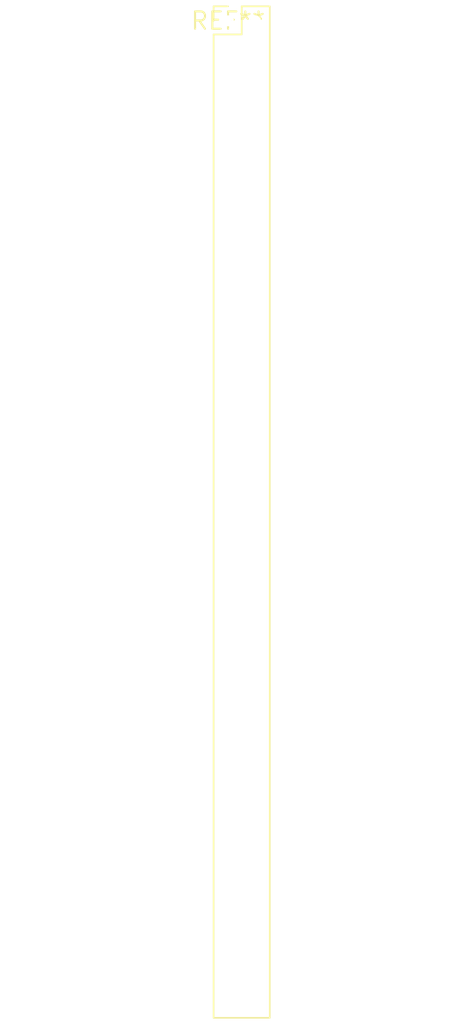
<source format=kicad_pcb>
(kicad_pcb (version 20240108) (generator pcbnew)
  (layers (0 "F.Cu" signal) (31 "B.Cu" signal) (34 "B.Paste" user) (35 "F.Paste" user) (36 "B.SilkS" user "B.Silkscreen") (37 "F.SilkS" user "F.Silkscreen") (38 "B.Mask" user) (39 "F.Mask" user) (44 "Edge.Cuts" user))
  (net 0 "")
  (footprint "PinHeader_2x37_P2.00mm_Vertical" (layer "F.Cu") (at 0 0)
    (property "Reference" "REF**")
    (property "Value" "PinHeader_2x37_P2.00mm_Vertical")
    (fp_line (start -1.06 -1.06) (end 0 -1.06) (layer "F.SilkS") (stroke (width 0.12)))
    (fp_line (start -1.06 0) (end -1.06 -1.06) (layer "F.SilkS") (stroke (width 0.12)))
    (fp_line (start -1.06 1) (end -1.06 73.06) (layer "F.SilkS") (stroke (width 0.12)))
    (fp_line (start -1.06 1) (end 1 1) (layer "F.SilkS") (stroke (width 0.12)))
    (fp_line (start -1.06 73.06) (end 3.06 73.06) (layer "F.SilkS") (stroke (width 0.12)))
    (fp_line (start 1 -1.06) (end 3.06 -1.06) (layer "F.SilkS") (stroke (width 0.12)))
    (fp_line (start 1 1) (end 1 -1.06) (layer "F.SilkS") (stroke (width 0.12)))
    (fp_line (start 3.06 -1.06) (end 3.06 73.06) (layer "F.SilkS") (stroke (width 0.12)))
    (pad "1" thru_hole rect (at 0 0) (size 1.35 1.35) (drill 0.8) (layers *.Cu *.Mask) (remove_unused_layers))
    (pad "2" thru_hole oval (at 2 0) (size 1.35 1.35) (drill 0.8) (layers *.Cu *.Mask) (remove_unused_layers))
    (pad "3" thru_hole oval (at 0 2) (size 1.35 1.35) (drill 0.8) (layers *.Cu *.Mask) (remove_unused_layers))
    (pad "4" thru_hole oval (at 2 2) (size 1.35 1.35) (drill 0.8) (layers *.Cu *.Mask) (remove_unused_layers))
    (pad "5" thru_hole oval (at 0 4) (size 1.35 1.35) (drill 0.8) (layers *.Cu *.Mask) (remove_unused_layers))
    (pad "6" thru_hole oval (at 2 4) (size 1.35 1.35) (drill 0.8) (layers *.Cu *.Mask) (remove_unused_layers))
    (pad "7" thru_hole oval (at 0 6) (size 1.35 1.35) (drill 0.8) (layers *.Cu *.Mask) (remove_unused_layers))
    (pad "8" thru_hole oval (at 2 6) (size 1.35 1.35) (drill 0.8) (layers *.Cu *.Mask) (remove_unused_layers))
    (pad "9" thru_hole oval (at 0 8) (size 1.35 1.35) (drill 0.8) (layers *.Cu *.Mask) (remove_unused_layers))
    (pad "10" thru_hole oval (at 2 8) (size 1.35 1.35) (drill 0.8) (layers *.Cu *.Mask) (remove_unused_layers))
    (pad "11" thru_hole oval (at 0 10) (size 1.35 1.35) (drill 0.8) (layers *.Cu *.Mask) (remove_unused_layers))
    (pad "12" thru_hole oval (at 2 10) (size 1.35 1.35) (drill 0.8) (layers *.Cu *.Mask) (remove_unused_layers))
    (pad "13" thru_hole oval (at 0 12) (size 1.35 1.35) (drill 0.8) (layers *.Cu *.Mask) (remove_unused_layers))
    (pad "14" thru_hole oval (at 2 12) (size 1.35 1.35) (drill 0.8) (layers *.Cu *.Mask) (remove_unused_layers))
    (pad "15" thru_hole oval (at 0 14) (size 1.35 1.35) (drill 0.8) (layers *.Cu *.Mask) (remove_unused_layers))
    (pad "16" thru_hole oval (at 2 14) (size 1.35 1.35) (drill 0.8) (layers *.Cu *.Mask) (remove_unused_layers))
    (pad "17" thru_hole oval (at 0 16) (size 1.35 1.35) (drill 0.8) (layers *.Cu *.Mask) (remove_unused_layers))
    (pad "18" thru_hole oval (at 2 16) (size 1.35 1.35) (drill 0.8) (layers *.Cu *.Mask) (remove_unused_layers))
    (pad "19" thru_hole oval (at 0 18) (size 1.35 1.35) (drill 0.8) (layers *.Cu *.Mask) (remove_unused_layers))
    (pad "20" thru_hole oval (at 2 18) (size 1.35 1.35) (drill 0.8) (layers *.Cu *.Mask) (remove_unused_layers))
    (pad "21" thru_hole oval (at 0 20) (size 1.35 1.35) (drill 0.8) (layers *.Cu *.Mask) (remove_unused_layers))
    (pad "22" thru_hole oval (at 2 20) (size 1.35 1.35) (drill 0.8) (layers *.Cu *.Mask) (remove_unused_layers))
    (pad "23" thru_hole oval (at 0 22) (size 1.35 1.35) (drill 0.8) (layers *.Cu *.Mask) (remove_unused_layers))
    (pad "24" thru_hole oval (at 2 22) (size 1.35 1.35) (drill 0.8) (layers *.Cu *.Mask) (remove_unused_layers))
    (pad "25" thru_hole oval (at 0 24) (size 1.35 1.35) (drill 0.8) (layers *.Cu *.Mask) (remove_unused_layers))
    (pad "26" thru_hole oval (at 2 24) (size 1.35 1.35) (drill 0.8) (layers *.Cu *.Mask) (remove_unused_layers))
    (pad "27" thru_hole oval (at 0 26) (size 1.35 1.35) (drill 0.8) (layers *.Cu *.Mask) (remove_unused_layers))
    (pad "28" thru_hole oval (at 2 26) (size 1.35 1.35) (drill 0.8) (layers *.Cu *.Mask) (remove_unused_layers))
    (pad "29" thru_hole oval (at 0 28) (size 1.35 1.35) (drill 0.8) (layers *.Cu *.Mask) (remove_unused_layers))
    (pad "30" thru_hole oval (at 2 28) (size 1.35 1.35) (drill 0.8) (layers *.Cu *.Mask) (remove_unused_layers))
    (pad "31" thru_hole oval (at 0 30) (size 1.35 1.35) (drill 0.8) (layers *.Cu *.Mask) (remove_unused_layers))
    (pad "32" thru_hole oval (at 2 30) (size 1.35 1.35) (drill 0.8) (layers *.Cu *.Mask) (remove_unused_layers))
    (pad "33" thru_hole oval (at 0 32) (size 1.35 1.35) (drill 0.8) (layers *.Cu *.Mask) (remove_unused_layers))
    (pad "34" thru_hole oval (at 2 32) (size 1.35 1.35) (drill 0.8) (layers *.Cu *.Mask) (remove_unused_layers))
    (pad "35" thru_hole oval (at 0 34) (size 1.35 1.35) (drill 0.8) (layers *.Cu *.Mask) (remove_unused_layers))
    (pad "36" thru_hole oval (at 2 34) (size 1.35 1.35) (drill 0.8) (layers *.Cu *.Mask) (remove_unused_layers))
    (pad "37" thru_hole oval (at 0 36) (size 1.35 1.35) (drill 0.8) (layers *.Cu *.Mask) (remove_unused_layers))
    (pad "38" thru_hole oval (at 2 36) (size 1.35 1.35) (drill 0.8) (layers *.Cu *.Mask) (remove_unused_layers))
    (pad "39" thru_hole oval (at 0 38) (size 1.35 1.35) (drill 0.8) (layers *.Cu *.Mask) (remove_unused_layers))
    (pad "40" thru_hole oval (at 2 38) (size 1.35 1.35) (drill 0.8) (layers *.Cu *.Mask) (remove_unused_layers))
    (pad "41" thru_hole oval (at 0 40) (size 1.35 1.35) (drill 0.8) (layers *.Cu *.Mask) (remove_unused_layers))
    (pad "42" thru_hole oval (at 2 40) (size 1.35 1.35) (drill 0.8) (layers *.Cu *.Mask) (remove_unused_layers))
    (pad "43" thru_hole oval (at 0 42) (size 1.35 1.35) (drill 0.8) (layers *.Cu *.Mask) (remove_unused_layers))
    (pad "44" thru_hole oval (at 2 42) (size 1.35 1.35) (drill 0.8) (layers *.Cu *.Mask) (remove_unused_layers))
    (pad "45" thru_hole oval (at 0 44) (size 1.35 1.35) (drill 0.8) (layers *.Cu *.Mask) (remove_unused_layers))
    (pad "46" thru_hole oval (at 2 44) (size 1.35 1.35) (drill 0.8) (layers *.Cu *.Mask) (remove_unused_layers))
    (pad "47" thru_hole oval (at 0 46) (size 1.35 1.35) (drill 0.8) (layers *.Cu *.Mask) (remove_unused_layers))
    (pad "48" thru_hole oval (at 2 46) (size 1.35 1.35) (drill 0.8) (layers *.Cu *.Mask) (remove_unused_layers))
    (pad "49" thru_hole oval (at 0 48) (size 1.35 1.35) (drill 0.8) (layers *.Cu *.Mask) (remove_unused_layers))
    (pad "50" thru_hole oval (at 2 48) (size 1.35 1.35) (drill 0.8) (layers *.Cu *.Mask) (remove_unused_layers))
    (pad "51" thru_hole oval (at 0 50) (size 1.35 1.35) (drill 0.8) (layers *.Cu *.Mask) (remove_unused_layers))
    (pad "52" thru_hole oval (at 2 50) (size 1.35 1.35) (drill 0.8) (layers *.Cu *.Mask) (remove_unused_layers))
    (pad "53" thru_hole oval (at 0 52) (size 1.35 1.35) (drill 0.8) (layers *.Cu *.Mask) (remove_unused_layers))
    (pad "54" thru_hole oval (at 2 52) (size 1.35 1.35) (drill 0.8) (layers *.Cu *.Mask) (remove_unused_layers))
    (pad "55" thru_hole oval (at 0 54) (size 1.35 1.35) (drill 0.8) (layers *.Cu *.Mask) (remove_unused_layers))
    (pad "56" thru_hole oval (at 2 54) (size 1.35 1.35) (drill 0.8) (layers *.Cu *.Mask) (remove_unused_layers))
    (pad "57" thru_hole oval (at 0 56) (size 1.35 1.35) (drill 0.8) (layers *.Cu *.Mask) (remove_unused_layers))
    (pad "58" thru_hole oval (at 2 56) (size 1.35 1.35) (drill 0.8) (layers *.Cu *.Mask) (remove_unused_layers))
    (pad "59" thru_hole oval (at 0 58) (size 1.35 1.35) (drill 0.8) (layers *.Cu *.Mask) (remove_unused_layers))
    (pad "60" thru_hole oval (at 2 58) (size 1.35 1.35) (drill 0.8) (layers *.Cu *.Mask) (remove_unused_layers))
    (pad "61" thru_hole oval (at 0 60) (size 1.35 1.35) (drill 0.8) (layers *.Cu *.Mask) (remove_unused_layers))
    (pad "62" thru_hole oval (at 2 60) (size 1.35 1.35) (drill 0.8) (layers *.Cu *.Mask) (remove_unused_layers))
    (pad "63" thru_hole oval (at 0 62) (size 1.35 1.35) (drill 0.8) (layers *.Cu *.Mask) (remove_unused_layers))
    (pad "64" thru_hole oval (at 2 62) (size 1.35 1.35) (drill 0.8) (layers *.Cu *.Mask) (remove_unused_layers))
    (pad "65" thru_hole oval (at 0 64) (size 1.35 1.35) (drill 0.8) (layers *.Cu *.Mask) (remove_unused_layers))
    (pad "66" thru_hole oval (at 2 64) (size 1.35 1.35) (drill 0.8) (layers *.Cu *.Mask) (remove_unused_layers))
    (pad "67" thru_hole oval (at 0 66) (size 1.35 1.35) (drill 0.8) (layers *.Cu *.Mask) (remove_unused_layers))
    (pad "68" thru_hole oval (at 2 66) (size 1.35 1.35) (drill 0.8) (layers *.Cu *.Mask) (remove_unused_layers))
    (pad "69" thru_hole oval (at 0 68) (size 1.35 1.35) (drill 0.8) (layers *.Cu *.Mask) (remove_unused_layers))
    (pad "70" thru_hole oval (at 2 68) (size 1.35 1.35) (drill 0.8) (layers *.Cu *.Mask) (remove_unused_layers))
    (pad "71" thru_hole oval (at 0 70) (size 1.35 1.35) (drill 0.8) (layers *.Cu *.Mask) (remove_unused_layers))
    (pad "72" thru_hole oval (at 2 70) (size 1.35 1.35) (drill 0.8) (layers *.Cu *.Mask) (remove_unused_layers))
    (pad "73" thru_hole oval (at 0 72) (size 1.35 1.35) (drill 0.8) (layers *.Cu *.Mask) (remove_unused_layers))
    (pad "74" thru_hole oval (at 2 72) (size 1.35 1.35) (drill 0.8) (layers *.Cu *.Mask) (remove_unused_layers))
  )
)
</source>
